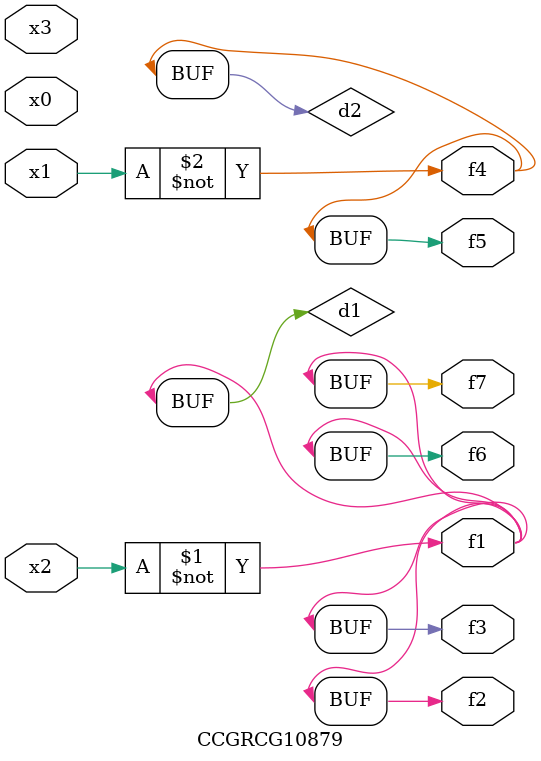
<source format=v>
module CCGRCG10879(
	input x0, x1, x2, x3,
	output f1, f2, f3, f4, f5, f6, f7
);

	wire d1, d2;

	xnor (d1, x2);
	not (d2, x1);
	assign f1 = d1;
	assign f2 = d1;
	assign f3 = d1;
	assign f4 = d2;
	assign f5 = d2;
	assign f6 = d1;
	assign f7 = d1;
endmodule

</source>
